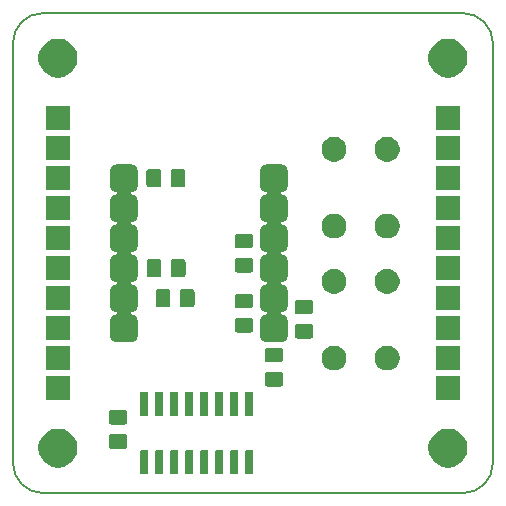
<source format=gbr>
G04 #@! TF.GenerationSoftware,KiCad,Pcbnew,(5.1.4)-1*
G04 #@! TF.CreationDate,2020-01-25T22:58:36+03:00*
G04 #@! TF.ProjectId,LED,4c45442e-6b69-4636-9164-5f7063625858,rev?*
G04 #@! TF.SameCoordinates,Original*
G04 #@! TF.FileFunction,Soldermask,Top*
G04 #@! TF.FilePolarity,Negative*
%FSLAX46Y46*%
G04 Gerber Fmt 4.6, Leading zero omitted, Abs format (unit mm)*
G04 Created by KiCad (PCBNEW (5.1.4)-1) date 2020-01-25 22:58:36*
%MOMM*%
%LPD*%
G04 APERTURE LIST*
%ADD10C,0.150000*%
G04 APERTURE END LIST*
D10*
X127000000Y-50800000D02*
G75*
G02X129540000Y-53340000I0J-2540000D01*
G01*
X129540000Y-88900000D02*
G75*
G02X127000000Y-91440000I-2540000J0D01*
G01*
X91440000Y-91440000D02*
G75*
G02X88900000Y-88900000I0J2540000D01*
G01*
X88900000Y-53340000D02*
G75*
G02X91440000Y-50800000I2540000J0D01*
G01*
X88900000Y-88900000D02*
X88900000Y-53340000D01*
X127000000Y-91440000D02*
X91440000Y-91440000D01*
X129540000Y-53340000D02*
X129540000Y-88900000D01*
X91440000Y-50800000D02*
X127000000Y-50800000D01*
G36*
X109162428Y-87811764D02*
G01*
X109183509Y-87818160D01*
X109202945Y-87828548D01*
X109219976Y-87842524D01*
X109233952Y-87859555D01*
X109244340Y-87878991D01*
X109250736Y-87900072D01*
X109253500Y-87928140D01*
X109253500Y-89741860D01*
X109250736Y-89769928D01*
X109244340Y-89791009D01*
X109233952Y-89810445D01*
X109219976Y-89827476D01*
X109202945Y-89841452D01*
X109183509Y-89851840D01*
X109162428Y-89858236D01*
X109134360Y-89861000D01*
X108670640Y-89861000D01*
X108642572Y-89858236D01*
X108621491Y-89851840D01*
X108602055Y-89841452D01*
X108585024Y-89827476D01*
X108571048Y-89810445D01*
X108560660Y-89791009D01*
X108554264Y-89769928D01*
X108551500Y-89741860D01*
X108551500Y-87928140D01*
X108554264Y-87900072D01*
X108560660Y-87878991D01*
X108571048Y-87859555D01*
X108585024Y-87842524D01*
X108602055Y-87828548D01*
X108621491Y-87818160D01*
X108642572Y-87811764D01*
X108670640Y-87809000D01*
X109134360Y-87809000D01*
X109162428Y-87811764D01*
X109162428Y-87811764D01*
G37*
G36*
X100272428Y-87811764D02*
G01*
X100293509Y-87818160D01*
X100312945Y-87828548D01*
X100329976Y-87842524D01*
X100343952Y-87859555D01*
X100354340Y-87878991D01*
X100360736Y-87900072D01*
X100363500Y-87928140D01*
X100363500Y-89741860D01*
X100360736Y-89769928D01*
X100354340Y-89791009D01*
X100343952Y-89810445D01*
X100329976Y-89827476D01*
X100312945Y-89841452D01*
X100293509Y-89851840D01*
X100272428Y-89858236D01*
X100244360Y-89861000D01*
X99780640Y-89861000D01*
X99752572Y-89858236D01*
X99731491Y-89851840D01*
X99712055Y-89841452D01*
X99695024Y-89827476D01*
X99681048Y-89810445D01*
X99670660Y-89791009D01*
X99664264Y-89769928D01*
X99661500Y-89741860D01*
X99661500Y-87928140D01*
X99664264Y-87900072D01*
X99670660Y-87878991D01*
X99681048Y-87859555D01*
X99695024Y-87842524D01*
X99712055Y-87828548D01*
X99731491Y-87818160D01*
X99752572Y-87811764D01*
X99780640Y-87809000D01*
X100244360Y-87809000D01*
X100272428Y-87811764D01*
X100272428Y-87811764D01*
G37*
G36*
X101542428Y-87811764D02*
G01*
X101563509Y-87818160D01*
X101582945Y-87828548D01*
X101599976Y-87842524D01*
X101613952Y-87859555D01*
X101624340Y-87878991D01*
X101630736Y-87900072D01*
X101633500Y-87928140D01*
X101633500Y-89741860D01*
X101630736Y-89769928D01*
X101624340Y-89791009D01*
X101613952Y-89810445D01*
X101599976Y-89827476D01*
X101582945Y-89841452D01*
X101563509Y-89851840D01*
X101542428Y-89858236D01*
X101514360Y-89861000D01*
X101050640Y-89861000D01*
X101022572Y-89858236D01*
X101001491Y-89851840D01*
X100982055Y-89841452D01*
X100965024Y-89827476D01*
X100951048Y-89810445D01*
X100940660Y-89791009D01*
X100934264Y-89769928D01*
X100931500Y-89741860D01*
X100931500Y-87928140D01*
X100934264Y-87900072D01*
X100940660Y-87878991D01*
X100951048Y-87859555D01*
X100965024Y-87842524D01*
X100982055Y-87828548D01*
X101001491Y-87818160D01*
X101022572Y-87811764D01*
X101050640Y-87809000D01*
X101514360Y-87809000D01*
X101542428Y-87811764D01*
X101542428Y-87811764D01*
G37*
G36*
X102812428Y-87811764D02*
G01*
X102833509Y-87818160D01*
X102852945Y-87828548D01*
X102869976Y-87842524D01*
X102883952Y-87859555D01*
X102894340Y-87878991D01*
X102900736Y-87900072D01*
X102903500Y-87928140D01*
X102903500Y-89741860D01*
X102900736Y-89769928D01*
X102894340Y-89791009D01*
X102883952Y-89810445D01*
X102869976Y-89827476D01*
X102852945Y-89841452D01*
X102833509Y-89851840D01*
X102812428Y-89858236D01*
X102784360Y-89861000D01*
X102320640Y-89861000D01*
X102292572Y-89858236D01*
X102271491Y-89851840D01*
X102252055Y-89841452D01*
X102235024Y-89827476D01*
X102221048Y-89810445D01*
X102210660Y-89791009D01*
X102204264Y-89769928D01*
X102201500Y-89741860D01*
X102201500Y-87928140D01*
X102204264Y-87900072D01*
X102210660Y-87878991D01*
X102221048Y-87859555D01*
X102235024Y-87842524D01*
X102252055Y-87828548D01*
X102271491Y-87818160D01*
X102292572Y-87811764D01*
X102320640Y-87809000D01*
X102784360Y-87809000D01*
X102812428Y-87811764D01*
X102812428Y-87811764D01*
G37*
G36*
X104082428Y-87811764D02*
G01*
X104103509Y-87818160D01*
X104122945Y-87828548D01*
X104139976Y-87842524D01*
X104153952Y-87859555D01*
X104164340Y-87878991D01*
X104170736Y-87900072D01*
X104173500Y-87928140D01*
X104173500Y-89741860D01*
X104170736Y-89769928D01*
X104164340Y-89791009D01*
X104153952Y-89810445D01*
X104139976Y-89827476D01*
X104122945Y-89841452D01*
X104103509Y-89851840D01*
X104082428Y-89858236D01*
X104054360Y-89861000D01*
X103590640Y-89861000D01*
X103562572Y-89858236D01*
X103541491Y-89851840D01*
X103522055Y-89841452D01*
X103505024Y-89827476D01*
X103491048Y-89810445D01*
X103480660Y-89791009D01*
X103474264Y-89769928D01*
X103471500Y-89741860D01*
X103471500Y-87928140D01*
X103474264Y-87900072D01*
X103480660Y-87878991D01*
X103491048Y-87859555D01*
X103505024Y-87842524D01*
X103522055Y-87828548D01*
X103541491Y-87818160D01*
X103562572Y-87811764D01*
X103590640Y-87809000D01*
X104054360Y-87809000D01*
X104082428Y-87811764D01*
X104082428Y-87811764D01*
G37*
G36*
X106622428Y-87811764D02*
G01*
X106643509Y-87818160D01*
X106662945Y-87828548D01*
X106679976Y-87842524D01*
X106693952Y-87859555D01*
X106704340Y-87878991D01*
X106710736Y-87900072D01*
X106713500Y-87928140D01*
X106713500Y-89741860D01*
X106710736Y-89769928D01*
X106704340Y-89791009D01*
X106693952Y-89810445D01*
X106679976Y-89827476D01*
X106662945Y-89841452D01*
X106643509Y-89851840D01*
X106622428Y-89858236D01*
X106594360Y-89861000D01*
X106130640Y-89861000D01*
X106102572Y-89858236D01*
X106081491Y-89851840D01*
X106062055Y-89841452D01*
X106045024Y-89827476D01*
X106031048Y-89810445D01*
X106020660Y-89791009D01*
X106014264Y-89769928D01*
X106011500Y-89741860D01*
X106011500Y-87928140D01*
X106014264Y-87900072D01*
X106020660Y-87878991D01*
X106031048Y-87859555D01*
X106045024Y-87842524D01*
X106062055Y-87828548D01*
X106081491Y-87818160D01*
X106102572Y-87811764D01*
X106130640Y-87809000D01*
X106594360Y-87809000D01*
X106622428Y-87811764D01*
X106622428Y-87811764D01*
G37*
G36*
X107892428Y-87811764D02*
G01*
X107913509Y-87818160D01*
X107932945Y-87828548D01*
X107949976Y-87842524D01*
X107963952Y-87859555D01*
X107974340Y-87878991D01*
X107980736Y-87900072D01*
X107983500Y-87928140D01*
X107983500Y-89741860D01*
X107980736Y-89769928D01*
X107974340Y-89791009D01*
X107963952Y-89810445D01*
X107949976Y-89827476D01*
X107932945Y-89841452D01*
X107913509Y-89851840D01*
X107892428Y-89858236D01*
X107864360Y-89861000D01*
X107400640Y-89861000D01*
X107372572Y-89858236D01*
X107351491Y-89851840D01*
X107332055Y-89841452D01*
X107315024Y-89827476D01*
X107301048Y-89810445D01*
X107290660Y-89791009D01*
X107284264Y-89769928D01*
X107281500Y-89741860D01*
X107281500Y-87928140D01*
X107284264Y-87900072D01*
X107290660Y-87878991D01*
X107301048Y-87859555D01*
X107315024Y-87842524D01*
X107332055Y-87828548D01*
X107351491Y-87818160D01*
X107372572Y-87811764D01*
X107400640Y-87809000D01*
X107864360Y-87809000D01*
X107892428Y-87811764D01*
X107892428Y-87811764D01*
G37*
G36*
X105352428Y-87811764D02*
G01*
X105373509Y-87818160D01*
X105392945Y-87828548D01*
X105409976Y-87842524D01*
X105423952Y-87859555D01*
X105434340Y-87878991D01*
X105440736Y-87900072D01*
X105443500Y-87928140D01*
X105443500Y-89741860D01*
X105440736Y-89769928D01*
X105434340Y-89791009D01*
X105423952Y-89810445D01*
X105409976Y-89827476D01*
X105392945Y-89841452D01*
X105373509Y-89851840D01*
X105352428Y-89858236D01*
X105324360Y-89861000D01*
X104860640Y-89861000D01*
X104832572Y-89858236D01*
X104811491Y-89851840D01*
X104792055Y-89841452D01*
X104775024Y-89827476D01*
X104761048Y-89810445D01*
X104750660Y-89791009D01*
X104744264Y-89769928D01*
X104741500Y-89741860D01*
X104741500Y-87928140D01*
X104744264Y-87900072D01*
X104750660Y-87878991D01*
X104761048Y-87859555D01*
X104775024Y-87842524D01*
X104792055Y-87828548D01*
X104811491Y-87818160D01*
X104832572Y-87811764D01*
X104860640Y-87809000D01*
X105324360Y-87809000D01*
X105352428Y-87811764D01*
X105352428Y-87811764D01*
G37*
G36*
X93085256Y-86021298D02*
G01*
X93191579Y-86042447D01*
X93492042Y-86166903D01*
X93762451Y-86347585D01*
X93992415Y-86577549D01*
X94047891Y-86660575D01*
X94173098Y-86847960D01*
X94297553Y-87148422D01*
X94361000Y-87467389D01*
X94361000Y-87792611D01*
X94336190Y-87917339D01*
X94297553Y-88111579D01*
X94173097Y-88412042D01*
X93992415Y-88682451D01*
X93762451Y-88912415D01*
X93492042Y-89093097D01*
X93191579Y-89217553D01*
X93085256Y-89238702D01*
X92872611Y-89281000D01*
X92547389Y-89281000D01*
X92334744Y-89238702D01*
X92228421Y-89217553D01*
X91927958Y-89093097D01*
X91657549Y-88912415D01*
X91427585Y-88682451D01*
X91246903Y-88412042D01*
X91122447Y-88111579D01*
X91083810Y-87917339D01*
X91059000Y-87792611D01*
X91059000Y-87467389D01*
X91122447Y-87148422D01*
X91246902Y-86847960D01*
X91372109Y-86660575D01*
X91427585Y-86577549D01*
X91657549Y-86347585D01*
X91927958Y-86166903D01*
X92228421Y-86042447D01*
X92334744Y-86021298D01*
X92547389Y-85979000D01*
X92872611Y-85979000D01*
X93085256Y-86021298D01*
X93085256Y-86021298D01*
G37*
G36*
X126105256Y-86021298D02*
G01*
X126211579Y-86042447D01*
X126512042Y-86166903D01*
X126782451Y-86347585D01*
X127012415Y-86577549D01*
X127067891Y-86660575D01*
X127193098Y-86847960D01*
X127317553Y-87148422D01*
X127381000Y-87467389D01*
X127381000Y-87792611D01*
X127356190Y-87917339D01*
X127317553Y-88111579D01*
X127193097Y-88412042D01*
X127012415Y-88682451D01*
X126782451Y-88912415D01*
X126512042Y-89093097D01*
X126211579Y-89217553D01*
X126105256Y-89238702D01*
X125892611Y-89281000D01*
X125567389Y-89281000D01*
X125354744Y-89238702D01*
X125248421Y-89217553D01*
X124947958Y-89093097D01*
X124677549Y-88912415D01*
X124447585Y-88682451D01*
X124266903Y-88412042D01*
X124142447Y-88111579D01*
X124103810Y-87917339D01*
X124079000Y-87792611D01*
X124079000Y-87467389D01*
X124142447Y-87148422D01*
X124266902Y-86847960D01*
X124392109Y-86660575D01*
X124447585Y-86577549D01*
X124677549Y-86347585D01*
X124947958Y-86166903D01*
X125248421Y-86042447D01*
X125354744Y-86021298D01*
X125567389Y-85979000D01*
X125892611Y-85979000D01*
X126105256Y-86021298D01*
X126105256Y-86021298D01*
G37*
G36*
X98378674Y-86445965D02*
G01*
X98416367Y-86457399D01*
X98451103Y-86475966D01*
X98481548Y-86500952D01*
X98506534Y-86531397D01*
X98525101Y-86566133D01*
X98536535Y-86603826D01*
X98541000Y-86649161D01*
X98541000Y-87485839D01*
X98536535Y-87531174D01*
X98525101Y-87568867D01*
X98506534Y-87603603D01*
X98481548Y-87634048D01*
X98451103Y-87659034D01*
X98416367Y-87677601D01*
X98378674Y-87689035D01*
X98333339Y-87693500D01*
X97246661Y-87693500D01*
X97201326Y-87689035D01*
X97163633Y-87677601D01*
X97128897Y-87659034D01*
X97098452Y-87634048D01*
X97073466Y-87603603D01*
X97054899Y-87568867D01*
X97043465Y-87531174D01*
X97039000Y-87485839D01*
X97039000Y-86649161D01*
X97043465Y-86603826D01*
X97054899Y-86566133D01*
X97073466Y-86531397D01*
X97098452Y-86500952D01*
X97128897Y-86475966D01*
X97163633Y-86457399D01*
X97201326Y-86445965D01*
X97246661Y-86441500D01*
X98333339Y-86441500D01*
X98378674Y-86445965D01*
X98378674Y-86445965D01*
G37*
G36*
X98378674Y-84395965D02*
G01*
X98416367Y-84407399D01*
X98451103Y-84425966D01*
X98481548Y-84450952D01*
X98506534Y-84481397D01*
X98525101Y-84516133D01*
X98536535Y-84553826D01*
X98541000Y-84599161D01*
X98541000Y-85435839D01*
X98536535Y-85481174D01*
X98525101Y-85518867D01*
X98506534Y-85553603D01*
X98481548Y-85584048D01*
X98451103Y-85609034D01*
X98416367Y-85627601D01*
X98378674Y-85639035D01*
X98333339Y-85643500D01*
X97246661Y-85643500D01*
X97201326Y-85639035D01*
X97163633Y-85627601D01*
X97128897Y-85609034D01*
X97098452Y-85584048D01*
X97073466Y-85553603D01*
X97054899Y-85518867D01*
X97043465Y-85481174D01*
X97039000Y-85435839D01*
X97039000Y-84599161D01*
X97043465Y-84553826D01*
X97054899Y-84516133D01*
X97073466Y-84481397D01*
X97098452Y-84450952D01*
X97128897Y-84425966D01*
X97163633Y-84407399D01*
X97201326Y-84395965D01*
X97246661Y-84391500D01*
X98333339Y-84391500D01*
X98378674Y-84395965D01*
X98378674Y-84395965D01*
G37*
G36*
X100272428Y-82861764D02*
G01*
X100293509Y-82868160D01*
X100312945Y-82878548D01*
X100329976Y-82892524D01*
X100343952Y-82909555D01*
X100354340Y-82928991D01*
X100360736Y-82950072D01*
X100363500Y-82978140D01*
X100363500Y-84791860D01*
X100360736Y-84819928D01*
X100354340Y-84841009D01*
X100343952Y-84860445D01*
X100329976Y-84877476D01*
X100312945Y-84891452D01*
X100293509Y-84901840D01*
X100272428Y-84908236D01*
X100244360Y-84911000D01*
X99780640Y-84911000D01*
X99752572Y-84908236D01*
X99731491Y-84901840D01*
X99712055Y-84891452D01*
X99695024Y-84877476D01*
X99681048Y-84860445D01*
X99670660Y-84841009D01*
X99664264Y-84819928D01*
X99661500Y-84791860D01*
X99661500Y-82978140D01*
X99664264Y-82950072D01*
X99670660Y-82928991D01*
X99681048Y-82909555D01*
X99695024Y-82892524D01*
X99712055Y-82878548D01*
X99731491Y-82868160D01*
X99752572Y-82861764D01*
X99780640Y-82859000D01*
X100244360Y-82859000D01*
X100272428Y-82861764D01*
X100272428Y-82861764D01*
G37*
G36*
X101542428Y-82861764D02*
G01*
X101563509Y-82868160D01*
X101582945Y-82878548D01*
X101599976Y-82892524D01*
X101613952Y-82909555D01*
X101624340Y-82928991D01*
X101630736Y-82950072D01*
X101633500Y-82978140D01*
X101633500Y-84791860D01*
X101630736Y-84819928D01*
X101624340Y-84841009D01*
X101613952Y-84860445D01*
X101599976Y-84877476D01*
X101582945Y-84891452D01*
X101563509Y-84901840D01*
X101542428Y-84908236D01*
X101514360Y-84911000D01*
X101050640Y-84911000D01*
X101022572Y-84908236D01*
X101001491Y-84901840D01*
X100982055Y-84891452D01*
X100965024Y-84877476D01*
X100951048Y-84860445D01*
X100940660Y-84841009D01*
X100934264Y-84819928D01*
X100931500Y-84791860D01*
X100931500Y-82978140D01*
X100934264Y-82950072D01*
X100940660Y-82928991D01*
X100951048Y-82909555D01*
X100965024Y-82892524D01*
X100982055Y-82878548D01*
X101001491Y-82868160D01*
X101022572Y-82861764D01*
X101050640Y-82859000D01*
X101514360Y-82859000D01*
X101542428Y-82861764D01*
X101542428Y-82861764D01*
G37*
G36*
X102812428Y-82861764D02*
G01*
X102833509Y-82868160D01*
X102852945Y-82878548D01*
X102869976Y-82892524D01*
X102883952Y-82909555D01*
X102894340Y-82928991D01*
X102900736Y-82950072D01*
X102903500Y-82978140D01*
X102903500Y-84791860D01*
X102900736Y-84819928D01*
X102894340Y-84841009D01*
X102883952Y-84860445D01*
X102869976Y-84877476D01*
X102852945Y-84891452D01*
X102833509Y-84901840D01*
X102812428Y-84908236D01*
X102784360Y-84911000D01*
X102320640Y-84911000D01*
X102292572Y-84908236D01*
X102271491Y-84901840D01*
X102252055Y-84891452D01*
X102235024Y-84877476D01*
X102221048Y-84860445D01*
X102210660Y-84841009D01*
X102204264Y-84819928D01*
X102201500Y-84791860D01*
X102201500Y-82978140D01*
X102204264Y-82950072D01*
X102210660Y-82928991D01*
X102221048Y-82909555D01*
X102235024Y-82892524D01*
X102252055Y-82878548D01*
X102271491Y-82868160D01*
X102292572Y-82861764D01*
X102320640Y-82859000D01*
X102784360Y-82859000D01*
X102812428Y-82861764D01*
X102812428Y-82861764D01*
G37*
G36*
X104082428Y-82861764D02*
G01*
X104103509Y-82868160D01*
X104122945Y-82878548D01*
X104139976Y-82892524D01*
X104153952Y-82909555D01*
X104164340Y-82928991D01*
X104170736Y-82950072D01*
X104173500Y-82978140D01*
X104173500Y-84791860D01*
X104170736Y-84819928D01*
X104164340Y-84841009D01*
X104153952Y-84860445D01*
X104139976Y-84877476D01*
X104122945Y-84891452D01*
X104103509Y-84901840D01*
X104082428Y-84908236D01*
X104054360Y-84911000D01*
X103590640Y-84911000D01*
X103562572Y-84908236D01*
X103541491Y-84901840D01*
X103522055Y-84891452D01*
X103505024Y-84877476D01*
X103491048Y-84860445D01*
X103480660Y-84841009D01*
X103474264Y-84819928D01*
X103471500Y-84791860D01*
X103471500Y-82978140D01*
X103474264Y-82950072D01*
X103480660Y-82928991D01*
X103491048Y-82909555D01*
X103505024Y-82892524D01*
X103522055Y-82878548D01*
X103541491Y-82868160D01*
X103562572Y-82861764D01*
X103590640Y-82859000D01*
X104054360Y-82859000D01*
X104082428Y-82861764D01*
X104082428Y-82861764D01*
G37*
G36*
X106622428Y-82861764D02*
G01*
X106643509Y-82868160D01*
X106662945Y-82878548D01*
X106679976Y-82892524D01*
X106693952Y-82909555D01*
X106704340Y-82928991D01*
X106710736Y-82950072D01*
X106713500Y-82978140D01*
X106713500Y-84791860D01*
X106710736Y-84819928D01*
X106704340Y-84841009D01*
X106693952Y-84860445D01*
X106679976Y-84877476D01*
X106662945Y-84891452D01*
X106643509Y-84901840D01*
X106622428Y-84908236D01*
X106594360Y-84911000D01*
X106130640Y-84911000D01*
X106102572Y-84908236D01*
X106081491Y-84901840D01*
X106062055Y-84891452D01*
X106045024Y-84877476D01*
X106031048Y-84860445D01*
X106020660Y-84841009D01*
X106014264Y-84819928D01*
X106011500Y-84791860D01*
X106011500Y-82978140D01*
X106014264Y-82950072D01*
X106020660Y-82928991D01*
X106031048Y-82909555D01*
X106045024Y-82892524D01*
X106062055Y-82878548D01*
X106081491Y-82868160D01*
X106102572Y-82861764D01*
X106130640Y-82859000D01*
X106594360Y-82859000D01*
X106622428Y-82861764D01*
X106622428Y-82861764D01*
G37*
G36*
X109162428Y-82861764D02*
G01*
X109183509Y-82868160D01*
X109202945Y-82878548D01*
X109219976Y-82892524D01*
X109233952Y-82909555D01*
X109244340Y-82928991D01*
X109250736Y-82950072D01*
X109253500Y-82978140D01*
X109253500Y-84791860D01*
X109250736Y-84819928D01*
X109244340Y-84841009D01*
X109233952Y-84860445D01*
X109219976Y-84877476D01*
X109202945Y-84891452D01*
X109183509Y-84901840D01*
X109162428Y-84908236D01*
X109134360Y-84911000D01*
X108670640Y-84911000D01*
X108642572Y-84908236D01*
X108621491Y-84901840D01*
X108602055Y-84891452D01*
X108585024Y-84877476D01*
X108571048Y-84860445D01*
X108560660Y-84841009D01*
X108554264Y-84819928D01*
X108551500Y-84791860D01*
X108551500Y-82978140D01*
X108554264Y-82950072D01*
X108560660Y-82928991D01*
X108571048Y-82909555D01*
X108585024Y-82892524D01*
X108602055Y-82878548D01*
X108621491Y-82868160D01*
X108642572Y-82861764D01*
X108670640Y-82859000D01*
X109134360Y-82859000D01*
X109162428Y-82861764D01*
X109162428Y-82861764D01*
G37*
G36*
X107892428Y-82861764D02*
G01*
X107913509Y-82868160D01*
X107932945Y-82878548D01*
X107949976Y-82892524D01*
X107963952Y-82909555D01*
X107974340Y-82928991D01*
X107980736Y-82950072D01*
X107983500Y-82978140D01*
X107983500Y-84791860D01*
X107980736Y-84819928D01*
X107974340Y-84841009D01*
X107963952Y-84860445D01*
X107949976Y-84877476D01*
X107932945Y-84891452D01*
X107913509Y-84901840D01*
X107892428Y-84908236D01*
X107864360Y-84911000D01*
X107400640Y-84911000D01*
X107372572Y-84908236D01*
X107351491Y-84901840D01*
X107332055Y-84891452D01*
X107315024Y-84877476D01*
X107301048Y-84860445D01*
X107290660Y-84841009D01*
X107284264Y-84819928D01*
X107281500Y-84791860D01*
X107281500Y-82978140D01*
X107284264Y-82950072D01*
X107290660Y-82928991D01*
X107301048Y-82909555D01*
X107315024Y-82892524D01*
X107332055Y-82878548D01*
X107351491Y-82868160D01*
X107372572Y-82861764D01*
X107400640Y-82859000D01*
X107864360Y-82859000D01*
X107892428Y-82861764D01*
X107892428Y-82861764D01*
G37*
G36*
X105352428Y-82861764D02*
G01*
X105373509Y-82868160D01*
X105392945Y-82878548D01*
X105409976Y-82892524D01*
X105423952Y-82909555D01*
X105434340Y-82928991D01*
X105440736Y-82950072D01*
X105443500Y-82978140D01*
X105443500Y-84791860D01*
X105440736Y-84819928D01*
X105434340Y-84841009D01*
X105423952Y-84860445D01*
X105409976Y-84877476D01*
X105392945Y-84891452D01*
X105373509Y-84901840D01*
X105352428Y-84908236D01*
X105324360Y-84911000D01*
X104860640Y-84911000D01*
X104832572Y-84908236D01*
X104811491Y-84901840D01*
X104792055Y-84891452D01*
X104775024Y-84877476D01*
X104761048Y-84860445D01*
X104750660Y-84841009D01*
X104744264Y-84819928D01*
X104741500Y-84791860D01*
X104741500Y-82978140D01*
X104744264Y-82950072D01*
X104750660Y-82928991D01*
X104761048Y-82909555D01*
X104775024Y-82892524D01*
X104792055Y-82878548D01*
X104811491Y-82868160D01*
X104832572Y-82861764D01*
X104860640Y-82859000D01*
X105324360Y-82859000D01*
X105352428Y-82861764D01*
X105352428Y-82861764D01*
G37*
G36*
X126781000Y-83601000D02*
G01*
X124679000Y-83601000D01*
X124679000Y-81499000D01*
X126781000Y-81499000D01*
X126781000Y-83601000D01*
X126781000Y-83601000D01*
G37*
G36*
X93761000Y-83601000D02*
G01*
X91659000Y-83601000D01*
X91659000Y-81499000D01*
X93761000Y-81499000D01*
X93761000Y-83601000D01*
X93761000Y-83601000D01*
G37*
G36*
X111586674Y-81175465D02*
G01*
X111624367Y-81186899D01*
X111659103Y-81205466D01*
X111689548Y-81230452D01*
X111714534Y-81260897D01*
X111733101Y-81295633D01*
X111744535Y-81333326D01*
X111749000Y-81378661D01*
X111749000Y-82215339D01*
X111744535Y-82260674D01*
X111733101Y-82298367D01*
X111714534Y-82333103D01*
X111689548Y-82363548D01*
X111659103Y-82388534D01*
X111624367Y-82407101D01*
X111586674Y-82418535D01*
X111541339Y-82423000D01*
X110454661Y-82423000D01*
X110409326Y-82418535D01*
X110371633Y-82407101D01*
X110336897Y-82388534D01*
X110306452Y-82363548D01*
X110281466Y-82333103D01*
X110262899Y-82298367D01*
X110251465Y-82260674D01*
X110247000Y-82215339D01*
X110247000Y-81378661D01*
X110251465Y-81333326D01*
X110262899Y-81295633D01*
X110281466Y-81260897D01*
X110306452Y-81230452D01*
X110336897Y-81205466D01*
X110371633Y-81186899D01*
X110409326Y-81175465D01*
X110454661Y-81171000D01*
X111541339Y-81171000D01*
X111586674Y-81175465D01*
X111586674Y-81175465D01*
G37*
G36*
X116384564Y-78999389D02*
G01*
X116575833Y-79078615D01*
X116575835Y-79078616D01*
X116670274Y-79141718D01*
X116747973Y-79193635D01*
X116894365Y-79340027D01*
X117009385Y-79512167D01*
X117088611Y-79703436D01*
X117129000Y-79906484D01*
X117129000Y-80113516D01*
X117088611Y-80316564D01*
X117009385Y-80507833D01*
X117009384Y-80507835D01*
X116894365Y-80679973D01*
X116747973Y-80826365D01*
X116575835Y-80941384D01*
X116575834Y-80941385D01*
X116575833Y-80941385D01*
X116384564Y-81020611D01*
X116181516Y-81061000D01*
X115974484Y-81061000D01*
X115771436Y-81020611D01*
X115580167Y-80941385D01*
X115580166Y-80941385D01*
X115580165Y-80941384D01*
X115408027Y-80826365D01*
X115261635Y-80679973D01*
X115146616Y-80507835D01*
X115146615Y-80507833D01*
X115067389Y-80316564D01*
X115027000Y-80113516D01*
X115027000Y-79906484D01*
X115067389Y-79703436D01*
X115146615Y-79512167D01*
X115261635Y-79340027D01*
X115408027Y-79193635D01*
X115485726Y-79141718D01*
X115580165Y-79078616D01*
X115580167Y-79078615D01*
X115771436Y-78999389D01*
X115974484Y-78959000D01*
X116181516Y-78959000D01*
X116384564Y-78999389D01*
X116384564Y-78999389D01*
G37*
G36*
X126781000Y-81061000D02*
G01*
X124679000Y-81061000D01*
X124679000Y-78959000D01*
X126781000Y-78959000D01*
X126781000Y-81061000D01*
X126781000Y-81061000D01*
G37*
G36*
X120884564Y-78999389D02*
G01*
X121075833Y-79078615D01*
X121075835Y-79078616D01*
X121170274Y-79141718D01*
X121247973Y-79193635D01*
X121394365Y-79340027D01*
X121509385Y-79512167D01*
X121588611Y-79703436D01*
X121629000Y-79906484D01*
X121629000Y-80113516D01*
X121588611Y-80316564D01*
X121509385Y-80507833D01*
X121509384Y-80507835D01*
X121394365Y-80679973D01*
X121247973Y-80826365D01*
X121075835Y-80941384D01*
X121075834Y-80941385D01*
X121075833Y-80941385D01*
X120884564Y-81020611D01*
X120681516Y-81061000D01*
X120474484Y-81061000D01*
X120271436Y-81020611D01*
X120080167Y-80941385D01*
X120080166Y-80941385D01*
X120080165Y-80941384D01*
X119908027Y-80826365D01*
X119761635Y-80679973D01*
X119646616Y-80507835D01*
X119646615Y-80507833D01*
X119567389Y-80316564D01*
X119527000Y-80113516D01*
X119527000Y-79906484D01*
X119567389Y-79703436D01*
X119646615Y-79512167D01*
X119761635Y-79340027D01*
X119908027Y-79193635D01*
X119985726Y-79141718D01*
X120080165Y-79078616D01*
X120080167Y-79078615D01*
X120271436Y-78999389D01*
X120474484Y-78959000D01*
X120681516Y-78959000D01*
X120884564Y-78999389D01*
X120884564Y-78999389D01*
G37*
G36*
X93761000Y-81061000D02*
G01*
X91659000Y-81061000D01*
X91659000Y-78959000D01*
X93761000Y-78959000D01*
X93761000Y-81061000D01*
X93761000Y-81061000D01*
G37*
G36*
X111586674Y-79125465D02*
G01*
X111624367Y-79136899D01*
X111659103Y-79155466D01*
X111689548Y-79180452D01*
X111714534Y-79210897D01*
X111733101Y-79245633D01*
X111744535Y-79283326D01*
X111749000Y-79328661D01*
X111749000Y-80165339D01*
X111744535Y-80210674D01*
X111733101Y-80248367D01*
X111714534Y-80283103D01*
X111689548Y-80313548D01*
X111659103Y-80338534D01*
X111624367Y-80357101D01*
X111586674Y-80368535D01*
X111541339Y-80373000D01*
X110454661Y-80373000D01*
X110409326Y-80368535D01*
X110371633Y-80357101D01*
X110336897Y-80338534D01*
X110306452Y-80313548D01*
X110281466Y-80283103D01*
X110262899Y-80248367D01*
X110251465Y-80210674D01*
X110247000Y-80165339D01*
X110247000Y-79328661D01*
X110251465Y-79283326D01*
X110262899Y-79245633D01*
X110281466Y-79210897D01*
X110306452Y-79180452D01*
X110336897Y-79155466D01*
X110371633Y-79136899D01*
X110409326Y-79125465D01*
X110454661Y-79121000D01*
X111541339Y-79121000D01*
X111586674Y-79125465D01*
X111586674Y-79125465D01*
G37*
G36*
X99035961Y-63629450D02*
G01*
X99132088Y-63658610D01*
X99220670Y-63705958D01*
X99298318Y-63769682D01*
X99362042Y-63847330D01*
X99409390Y-63935912D01*
X99438550Y-64032039D01*
X99449000Y-64138140D01*
X99449000Y-65401860D01*
X99438550Y-65507961D01*
X99409390Y-65604088D01*
X99362042Y-65692670D01*
X99298318Y-65770318D01*
X99220670Y-65834042D01*
X99132088Y-65881390D01*
X99035961Y-65910550D01*
X98984657Y-65915603D01*
X98960624Y-65920383D01*
X98937985Y-65929761D01*
X98917610Y-65943375D01*
X98900283Y-65960702D01*
X98886670Y-65981076D01*
X98877292Y-66003715D01*
X98872512Y-66027748D01*
X98872512Y-66052252D01*
X98877292Y-66076285D01*
X98886670Y-66098924D01*
X98900284Y-66119299D01*
X98917611Y-66136626D01*
X98937985Y-66150239D01*
X98960624Y-66159617D01*
X98984657Y-66164397D01*
X99035961Y-66169450D01*
X99132088Y-66198610D01*
X99220670Y-66245958D01*
X99298318Y-66309682D01*
X99362042Y-66387330D01*
X99409390Y-66475912D01*
X99438550Y-66572039D01*
X99449000Y-66678140D01*
X99449000Y-67941860D01*
X99438550Y-68047961D01*
X99409390Y-68144088D01*
X99362042Y-68232670D01*
X99298318Y-68310318D01*
X99220670Y-68374042D01*
X99132088Y-68421390D01*
X99035961Y-68450550D01*
X98984657Y-68455603D01*
X98960624Y-68460383D01*
X98937985Y-68469761D01*
X98917610Y-68483375D01*
X98900283Y-68500702D01*
X98886670Y-68521076D01*
X98877292Y-68543715D01*
X98872512Y-68567748D01*
X98872512Y-68592252D01*
X98877292Y-68616285D01*
X98886670Y-68638924D01*
X98900284Y-68659299D01*
X98917611Y-68676626D01*
X98937985Y-68690239D01*
X98960624Y-68699617D01*
X98984657Y-68704397D01*
X99035961Y-68709450D01*
X99132088Y-68738610D01*
X99220670Y-68785958D01*
X99298318Y-68849682D01*
X99362042Y-68927330D01*
X99409390Y-69015912D01*
X99438550Y-69112039D01*
X99449000Y-69218140D01*
X99449000Y-70481860D01*
X99438550Y-70587961D01*
X99409390Y-70684088D01*
X99362042Y-70772670D01*
X99298318Y-70850318D01*
X99220670Y-70914042D01*
X99132088Y-70961390D01*
X99035961Y-70990550D01*
X98984657Y-70995603D01*
X98960624Y-71000383D01*
X98937985Y-71009761D01*
X98917610Y-71023375D01*
X98900283Y-71040702D01*
X98886670Y-71061076D01*
X98877292Y-71083715D01*
X98872512Y-71107748D01*
X98872512Y-71132252D01*
X98877292Y-71156285D01*
X98886670Y-71178924D01*
X98900284Y-71199299D01*
X98917611Y-71216626D01*
X98937985Y-71230239D01*
X98960624Y-71239617D01*
X98984657Y-71244397D01*
X99035961Y-71249450D01*
X99132088Y-71278610D01*
X99220670Y-71325958D01*
X99298318Y-71389682D01*
X99362042Y-71467330D01*
X99409390Y-71555912D01*
X99438550Y-71652039D01*
X99449000Y-71758140D01*
X99449000Y-73021860D01*
X99438550Y-73127961D01*
X99409390Y-73224088D01*
X99362042Y-73312670D01*
X99298318Y-73390318D01*
X99220670Y-73454042D01*
X99132088Y-73501390D01*
X99035961Y-73530550D01*
X98984657Y-73535603D01*
X98960624Y-73540383D01*
X98937985Y-73549761D01*
X98917610Y-73563375D01*
X98900283Y-73580702D01*
X98886670Y-73601076D01*
X98877292Y-73623715D01*
X98872512Y-73647748D01*
X98872512Y-73672252D01*
X98877292Y-73696285D01*
X98886670Y-73718924D01*
X98900284Y-73739299D01*
X98917611Y-73756626D01*
X98937985Y-73770239D01*
X98960624Y-73779617D01*
X98984657Y-73784397D01*
X99035961Y-73789450D01*
X99132088Y-73818610D01*
X99220670Y-73865958D01*
X99298318Y-73929682D01*
X99362042Y-74007330D01*
X99409390Y-74095912D01*
X99438550Y-74192039D01*
X99449000Y-74298140D01*
X99449000Y-75561860D01*
X99438550Y-75667961D01*
X99409390Y-75764088D01*
X99362042Y-75852670D01*
X99298318Y-75930318D01*
X99220670Y-75994042D01*
X99132088Y-76041390D01*
X99035961Y-76070550D01*
X98984657Y-76075603D01*
X98960624Y-76080383D01*
X98937985Y-76089761D01*
X98917610Y-76103375D01*
X98900283Y-76120702D01*
X98886670Y-76141076D01*
X98877292Y-76163715D01*
X98872512Y-76187748D01*
X98872512Y-76212252D01*
X98877292Y-76236285D01*
X98886670Y-76258924D01*
X98900284Y-76279299D01*
X98917611Y-76296626D01*
X98937985Y-76310239D01*
X98960624Y-76319617D01*
X98984657Y-76324397D01*
X99035961Y-76329450D01*
X99132088Y-76358610D01*
X99220670Y-76405958D01*
X99298318Y-76469682D01*
X99362042Y-76547330D01*
X99409390Y-76635912D01*
X99438550Y-76732039D01*
X99449000Y-76838140D01*
X99449000Y-78101860D01*
X99438550Y-78207961D01*
X99409390Y-78304088D01*
X99362042Y-78392670D01*
X99298318Y-78470318D01*
X99220670Y-78534042D01*
X99132088Y-78581390D01*
X99035961Y-78610550D01*
X98929860Y-78621000D01*
X97666140Y-78621000D01*
X97560039Y-78610550D01*
X97463912Y-78581390D01*
X97375330Y-78534042D01*
X97297682Y-78470318D01*
X97233958Y-78392670D01*
X97186610Y-78304088D01*
X97157450Y-78207961D01*
X97147000Y-78101860D01*
X97147000Y-76838140D01*
X97157450Y-76732039D01*
X97186610Y-76635912D01*
X97233958Y-76547330D01*
X97297682Y-76469682D01*
X97375330Y-76405958D01*
X97463912Y-76358610D01*
X97560039Y-76329450D01*
X97611343Y-76324397D01*
X97635376Y-76319617D01*
X97658015Y-76310239D01*
X97678390Y-76296625D01*
X97695717Y-76279298D01*
X97709330Y-76258924D01*
X97718708Y-76236285D01*
X97723488Y-76212252D01*
X97723488Y-76187748D01*
X97718708Y-76163715D01*
X97709330Y-76141076D01*
X97695716Y-76120701D01*
X97678389Y-76103374D01*
X97658015Y-76089761D01*
X97635376Y-76080383D01*
X97611343Y-76075603D01*
X97560039Y-76070550D01*
X97463912Y-76041390D01*
X97375330Y-75994042D01*
X97297682Y-75930318D01*
X97233958Y-75852670D01*
X97186610Y-75764088D01*
X97157450Y-75667961D01*
X97147000Y-75561860D01*
X97147000Y-74298140D01*
X97157450Y-74192039D01*
X97186610Y-74095912D01*
X97233958Y-74007330D01*
X97297682Y-73929682D01*
X97375330Y-73865958D01*
X97463912Y-73818610D01*
X97560039Y-73789450D01*
X97611343Y-73784397D01*
X97635376Y-73779617D01*
X97658015Y-73770239D01*
X97678390Y-73756625D01*
X97695717Y-73739298D01*
X97709330Y-73718924D01*
X97718708Y-73696285D01*
X97723488Y-73672252D01*
X97723488Y-73647748D01*
X97718708Y-73623715D01*
X97709330Y-73601076D01*
X97695716Y-73580701D01*
X97678389Y-73563374D01*
X97658015Y-73549761D01*
X97635376Y-73540383D01*
X97611343Y-73535603D01*
X97560039Y-73530550D01*
X97463912Y-73501390D01*
X97375330Y-73454042D01*
X97297682Y-73390318D01*
X97233958Y-73312670D01*
X97186610Y-73224088D01*
X97157450Y-73127961D01*
X97147000Y-73021860D01*
X97147000Y-71758140D01*
X97157450Y-71652039D01*
X97186610Y-71555912D01*
X97233958Y-71467330D01*
X97297682Y-71389682D01*
X97375330Y-71325958D01*
X97463912Y-71278610D01*
X97560039Y-71249450D01*
X97611343Y-71244397D01*
X97635376Y-71239617D01*
X97658015Y-71230239D01*
X97678390Y-71216625D01*
X97695717Y-71199298D01*
X97709330Y-71178924D01*
X97718708Y-71156285D01*
X97723488Y-71132252D01*
X97723488Y-71107748D01*
X97718708Y-71083715D01*
X97709330Y-71061076D01*
X97695716Y-71040701D01*
X97678389Y-71023374D01*
X97658015Y-71009761D01*
X97635376Y-71000383D01*
X97611343Y-70995603D01*
X97560039Y-70990550D01*
X97463912Y-70961390D01*
X97375330Y-70914042D01*
X97297682Y-70850318D01*
X97233958Y-70772670D01*
X97186610Y-70684088D01*
X97157450Y-70587961D01*
X97147000Y-70481860D01*
X97147000Y-69218140D01*
X97157450Y-69112039D01*
X97186610Y-69015912D01*
X97233958Y-68927330D01*
X97297682Y-68849682D01*
X97375330Y-68785958D01*
X97463912Y-68738610D01*
X97560039Y-68709450D01*
X97611343Y-68704397D01*
X97635376Y-68699617D01*
X97658015Y-68690239D01*
X97678390Y-68676625D01*
X97695717Y-68659298D01*
X97709330Y-68638924D01*
X97718708Y-68616285D01*
X97723488Y-68592252D01*
X97723488Y-68567748D01*
X97718708Y-68543715D01*
X97709330Y-68521076D01*
X97695716Y-68500701D01*
X97678389Y-68483374D01*
X97658015Y-68469761D01*
X97635376Y-68460383D01*
X97611343Y-68455603D01*
X97560039Y-68450550D01*
X97463912Y-68421390D01*
X97375330Y-68374042D01*
X97297682Y-68310318D01*
X97233958Y-68232670D01*
X97186610Y-68144088D01*
X97157450Y-68047961D01*
X97147000Y-67941860D01*
X97147000Y-66678140D01*
X97157450Y-66572039D01*
X97186610Y-66475912D01*
X97233958Y-66387330D01*
X97297682Y-66309682D01*
X97375330Y-66245958D01*
X97463912Y-66198610D01*
X97560039Y-66169450D01*
X97611343Y-66164397D01*
X97635376Y-66159617D01*
X97658015Y-66150239D01*
X97678390Y-66136625D01*
X97695717Y-66119298D01*
X97709330Y-66098924D01*
X97718708Y-66076285D01*
X97723488Y-66052252D01*
X97723488Y-66027748D01*
X97718708Y-66003715D01*
X97709330Y-65981076D01*
X97695716Y-65960701D01*
X97678389Y-65943374D01*
X97658015Y-65929761D01*
X97635376Y-65920383D01*
X97611343Y-65915603D01*
X97560039Y-65910550D01*
X97463912Y-65881390D01*
X97375330Y-65834042D01*
X97297682Y-65770318D01*
X97233958Y-65692670D01*
X97186610Y-65604088D01*
X97157450Y-65507961D01*
X97147000Y-65401860D01*
X97147000Y-64138140D01*
X97157450Y-64032039D01*
X97186610Y-63935912D01*
X97233958Y-63847330D01*
X97297682Y-63769682D01*
X97375330Y-63705958D01*
X97463912Y-63658610D01*
X97560039Y-63629450D01*
X97666140Y-63619000D01*
X98929860Y-63619000D01*
X99035961Y-63629450D01*
X99035961Y-63629450D01*
G37*
G36*
X111735961Y-63629450D02*
G01*
X111832088Y-63658610D01*
X111920670Y-63705958D01*
X111998318Y-63769682D01*
X112062042Y-63847330D01*
X112109390Y-63935912D01*
X112138550Y-64032039D01*
X112149000Y-64138140D01*
X112149000Y-65401860D01*
X112138550Y-65507961D01*
X112109390Y-65604088D01*
X112062042Y-65692670D01*
X111998318Y-65770318D01*
X111920670Y-65834042D01*
X111832088Y-65881390D01*
X111735961Y-65910550D01*
X111684657Y-65915603D01*
X111660624Y-65920383D01*
X111637985Y-65929761D01*
X111617610Y-65943375D01*
X111600283Y-65960702D01*
X111586670Y-65981076D01*
X111577292Y-66003715D01*
X111572512Y-66027748D01*
X111572512Y-66052252D01*
X111577292Y-66076285D01*
X111586670Y-66098924D01*
X111600284Y-66119299D01*
X111617611Y-66136626D01*
X111637985Y-66150239D01*
X111660624Y-66159617D01*
X111684657Y-66164397D01*
X111735961Y-66169450D01*
X111832088Y-66198610D01*
X111920670Y-66245958D01*
X111998318Y-66309682D01*
X112062042Y-66387330D01*
X112109390Y-66475912D01*
X112138550Y-66572039D01*
X112149000Y-66678140D01*
X112149000Y-67941860D01*
X112138550Y-68047961D01*
X112109390Y-68144088D01*
X112062042Y-68232670D01*
X111998318Y-68310318D01*
X111920670Y-68374042D01*
X111832088Y-68421390D01*
X111735961Y-68450550D01*
X111684657Y-68455603D01*
X111660624Y-68460383D01*
X111637985Y-68469761D01*
X111617610Y-68483375D01*
X111600283Y-68500702D01*
X111586670Y-68521076D01*
X111577292Y-68543715D01*
X111572512Y-68567748D01*
X111572512Y-68592252D01*
X111577292Y-68616285D01*
X111586670Y-68638924D01*
X111600284Y-68659299D01*
X111617611Y-68676626D01*
X111637985Y-68690239D01*
X111660624Y-68699617D01*
X111684657Y-68704397D01*
X111735961Y-68709450D01*
X111832088Y-68738610D01*
X111920670Y-68785958D01*
X111998318Y-68849682D01*
X112062042Y-68927330D01*
X112109390Y-69015912D01*
X112138550Y-69112039D01*
X112149000Y-69218140D01*
X112149000Y-70481860D01*
X112138550Y-70587961D01*
X112109390Y-70684088D01*
X112062042Y-70772670D01*
X111998318Y-70850318D01*
X111920670Y-70914042D01*
X111832088Y-70961390D01*
X111735961Y-70990550D01*
X111684657Y-70995603D01*
X111660624Y-71000383D01*
X111637985Y-71009761D01*
X111617610Y-71023375D01*
X111600283Y-71040702D01*
X111586670Y-71061076D01*
X111577292Y-71083715D01*
X111572512Y-71107748D01*
X111572512Y-71132252D01*
X111577292Y-71156285D01*
X111586670Y-71178924D01*
X111600284Y-71199299D01*
X111617611Y-71216626D01*
X111637985Y-71230239D01*
X111660624Y-71239617D01*
X111684657Y-71244397D01*
X111735961Y-71249450D01*
X111832088Y-71278610D01*
X111920670Y-71325958D01*
X111998318Y-71389682D01*
X112062042Y-71467330D01*
X112109390Y-71555912D01*
X112138550Y-71652039D01*
X112149000Y-71758140D01*
X112149000Y-73021860D01*
X112138550Y-73127961D01*
X112109390Y-73224088D01*
X112062042Y-73312670D01*
X111998318Y-73390318D01*
X111920670Y-73454042D01*
X111832088Y-73501390D01*
X111735961Y-73530550D01*
X111684657Y-73535603D01*
X111660624Y-73540383D01*
X111637985Y-73549761D01*
X111617610Y-73563375D01*
X111600283Y-73580702D01*
X111586670Y-73601076D01*
X111577292Y-73623715D01*
X111572512Y-73647748D01*
X111572512Y-73672252D01*
X111577292Y-73696285D01*
X111586670Y-73718924D01*
X111600284Y-73739299D01*
X111617611Y-73756626D01*
X111637985Y-73770239D01*
X111660624Y-73779617D01*
X111684657Y-73784397D01*
X111735961Y-73789450D01*
X111832088Y-73818610D01*
X111920670Y-73865958D01*
X111998318Y-73929682D01*
X112062042Y-74007330D01*
X112109390Y-74095912D01*
X112138550Y-74192039D01*
X112149000Y-74298140D01*
X112149000Y-75561860D01*
X112138550Y-75667961D01*
X112109390Y-75764088D01*
X112062042Y-75852670D01*
X111998318Y-75930318D01*
X111920670Y-75994042D01*
X111832088Y-76041390D01*
X111735961Y-76070550D01*
X111684657Y-76075603D01*
X111660624Y-76080383D01*
X111637985Y-76089761D01*
X111617610Y-76103375D01*
X111600283Y-76120702D01*
X111586670Y-76141076D01*
X111577292Y-76163715D01*
X111572512Y-76187748D01*
X111572512Y-76212252D01*
X111577292Y-76236285D01*
X111586670Y-76258924D01*
X111600284Y-76279299D01*
X111617611Y-76296626D01*
X111637985Y-76310239D01*
X111660624Y-76319617D01*
X111684657Y-76324397D01*
X111735961Y-76329450D01*
X111832088Y-76358610D01*
X111920670Y-76405958D01*
X111998318Y-76469682D01*
X112062042Y-76547330D01*
X112109390Y-76635912D01*
X112138550Y-76732039D01*
X112149000Y-76838140D01*
X112149000Y-78101860D01*
X112138550Y-78207961D01*
X112109390Y-78304088D01*
X112062042Y-78392670D01*
X111998318Y-78470318D01*
X111920670Y-78534042D01*
X111832088Y-78581390D01*
X111735961Y-78610550D01*
X111629860Y-78621000D01*
X110366140Y-78621000D01*
X110260039Y-78610550D01*
X110163912Y-78581390D01*
X110075330Y-78534042D01*
X109997682Y-78470318D01*
X109933958Y-78392670D01*
X109886610Y-78304088D01*
X109857450Y-78207961D01*
X109847000Y-78101860D01*
X109847000Y-76838140D01*
X109857450Y-76732039D01*
X109886610Y-76635912D01*
X109933958Y-76547330D01*
X109997682Y-76469682D01*
X110075330Y-76405958D01*
X110163912Y-76358610D01*
X110260039Y-76329450D01*
X110311343Y-76324397D01*
X110335376Y-76319617D01*
X110358015Y-76310239D01*
X110378390Y-76296625D01*
X110395717Y-76279298D01*
X110409330Y-76258924D01*
X110418708Y-76236285D01*
X110423488Y-76212252D01*
X110423488Y-76187748D01*
X110418708Y-76163715D01*
X110409330Y-76141076D01*
X110395716Y-76120701D01*
X110378389Y-76103374D01*
X110358015Y-76089761D01*
X110335376Y-76080383D01*
X110311343Y-76075603D01*
X110260039Y-76070550D01*
X110163912Y-76041390D01*
X110075330Y-75994042D01*
X109997682Y-75930318D01*
X109933958Y-75852670D01*
X109886610Y-75764088D01*
X109857450Y-75667961D01*
X109847000Y-75561860D01*
X109847000Y-74298140D01*
X109857450Y-74192039D01*
X109886610Y-74095912D01*
X109933958Y-74007330D01*
X109997682Y-73929682D01*
X110075330Y-73865958D01*
X110163912Y-73818610D01*
X110260039Y-73789450D01*
X110311343Y-73784397D01*
X110335376Y-73779617D01*
X110358015Y-73770239D01*
X110378390Y-73756625D01*
X110395717Y-73739298D01*
X110409330Y-73718924D01*
X110418708Y-73696285D01*
X110423488Y-73672252D01*
X110423488Y-73647748D01*
X110418708Y-73623715D01*
X110409330Y-73601076D01*
X110395716Y-73580701D01*
X110378389Y-73563374D01*
X110358015Y-73549761D01*
X110335376Y-73540383D01*
X110311343Y-73535603D01*
X110260039Y-73530550D01*
X110163912Y-73501390D01*
X110075330Y-73454042D01*
X109997682Y-73390318D01*
X109933958Y-73312670D01*
X109886610Y-73224088D01*
X109857450Y-73127961D01*
X109847000Y-73021860D01*
X109847000Y-71758140D01*
X109857450Y-71652039D01*
X109886610Y-71555912D01*
X109933958Y-71467330D01*
X109997682Y-71389682D01*
X110075330Y-71325958D01*
X110163912Y-71278610D01*
X110260039Y-71249450D01*
X110311343Y-71244397D01*
X110335376Y-71239617D01*
X110358015Y-71230239D01*
X110378390Y-71216625D01*
X110395717Y-71199298D01*
X110409330Y-71178924D01*
X110418708Y-71156285D01*
X110423488Y-71132252D01*
X110423488Y-71107748D01*
X110418708Y-71083715D01*
X110409330Y-71061076D01*
X110395716Y-71040701D01*
X110378389Y-71023374D01*
X110358015Y-71009761D01*
X110335376Y-71000383D01*
X110311343Y-70995603D01*
X110260039Y-70990550D01*
X110163912Y-70961390D01*
X110075330Y-70914042D01*
X109997682Y-70850318D01*
X109933958Y-70772670D01*
X109886610Y-70684088D01*
X109857450Y-70587961D01*
X109847000Y-70481860D01*
X109847000Y-69218140D01*
X109857450Y-69112039D01*
X109886610Y-69015912D01*
X109933958Y-68927330D01*
X109997682Y-68849682D01*
X110075330Y-68785958D01*
X110163912Y-68738610D01*
X110260039Y-68709450D01*
X110311343Y-68704397D01*
X110335376Y-68699617D01*
X110358015Y-68690239D01*
X110378390Y-68676625D01*
X110395717Y-68659298D01*
X110409330Y-68638924D01*
X110418708Y-68616285D01*
X110423488Y-68592252D01*
X110423488Y-68567748D01*
X110418708Y-68543715D01*
X110409330Y-68521076D01*
X110395716Y-68500701D01*
X110378389Y-68483374D01*
X110358015Y-68469761D01*
X110335376Y-68460383D01*
X110311343Y-68455603D01*
X110260039Y-68450550D01*
X110163912Y-68421390D01*
X110075330Y-68374042D01*
X109997682Y-68310318D01*
X109933958Y-68232670D01*
X109886610Y-68144088D01*
X109857450Y-68047961D01*
X109847000Y-67941860D01*
X109847000Y-66678140D01*
X109857450Y-66572039D01*
X109886610Y-66475912D01*
X109933958Y-66387330D01*
X109997682Y-66309682D01*
X110075330Y-66245958D01*
X110163912Y-66198610D01*
X110260039Y-66169450D01*
X110311343Y-66164397D01*
X110335376Y-66159617D01*
X110358015Y-66150239D01*
X110378390Y-66136625D01*
X110395717Y-66119298D01*
X110409330Y-66098924D01*
X110418708Y-66076285D01*
X110423488Y-66052252D01*
X110423488Y-66027748D01*
X110418708Y-66003715D01*
X110409330Y-65981076D01*
X110395716Y-65960701D01*
X110378389Y-65943374D01*
X110358015Y-65929761D01*
X110335376Y-65920383D01*
X110311343Y-65915603D01*
X110260039Y-65910550D01*
X110163912Y-65881390D01*
X110075330Y-65834042D01*
X109997682Y-65770318D01*
X109933958Y-65692670D01*
X109886610Y-65604088D01*
X109857450Y-65507961D01*
X109847000Y-65401860D01*
X109847000Y-64138140D01*
X109857450Y-64032039D01*
X109886610Y-63935912D01*
X109933958Y-63847330D01*
X109997682Y-63769682D01*
X110075330Y-63705958D01*
X110163912Y-63658610D01*
X110260039Y-63629450D01*
X110366140Y-63619000D01*
X111629860Y-63619000D01*
X111735961Y-63629450D01*
X111735961Y-63629450D01*
G37*
G36*
X93761000Y-78521000D02*
G01*
X91659000Y-78521000D01*
X91659000Y-76419000D01*
X93761000Y-76419000D01*
X93761000Y-78521000D01*
X93761000Y-78521000D01*
G37*
G36*
X126781000Y-78521000D02*
G01*
X124679000Y-78521000D01*
X124679000Y-76419000D01*
X126781000Y-76419000D01*
X126781000Y-78521000D01*
X126781000Y-78521000D01*
G37*
G36*
X114126674Y-77111465D02*
G01*
X114164367Y-77122899D01*
X114199103Y-77141466D01*
X114229548Y-77166452D01*
X114254534Y-77196897D01*
X114273101Y-77231633D01*
X114284535Y-77269326D01*
X114289000Y-77314661D01*
X114289000Y-78151339D01*
X114284535Y-78196674D01*
X114273101Y-78234367D01*
X114254534Y-78269103D01*
X114229548Y-78299548D01*
X114199103Y-78324534D01*
X114164367Y-78343101D01*
X114126674Y-78354535D01*
X114081339Y-78359000D01*
X112994661Y-78359000D01*
X112949326Y-78354535D01*
X112911633Y-78343101D01*
X112876897Y-78324534D01*
X112846452Y-78299548D01*
X112821466Y-78269103D01*
X112802899Y-78234367D01*
X112791465Y-78196674D01*
X112787000Y-78151339D01*
X112787000Y-77314661D01*
X112791465Y-77269326D01*
X112802899Y-77231633D01*
X112821466Y-77196897D01*
X112846452Y-77166452D01*
X112876897Y-77141466D01*
X112911633Y-77122899D01*
X112949326Y-77111465D01*
X112994661Y-77107000D01*
X114081339Y-77107000D01*
X114126674Y-77111465D01*
X114126674Y-77111465D01*
G37*
G36*
X109046674Y-76603465D02*
G01*
X109084367Y-76614899D01*
X109119103Y-76633466D01*
X109149548Y-76658452D01*
X109174534Y-76688897D01*
X109193101Y-76723633D01*
X109204535Y-76761326D01*
X109209000Y-76806661D01*
X109209000Y-77643339D01*
X109204535Y-77688674D01*
X109193101Y-77726367D01*
X109174534Y-77761103D01*
X109149548Y-77791548D01*
X109119103Y-77816534D01*
X109084367Y-77835101D01*
X109046674Y-77846535D01*
X109001339Y-77851000D01*
X107914661Y-77851000D01*
X107869326Y-77846535D01*
X107831633Y-77835101D01*
X107796897Y-77816534D01*
X107766452Y-77791548D01*
X107741466Y-77761103D01*
X107722899Y-77726367D01*
X107711465Y-77688674D01*
X107707000Y-77643339D01*
X107707000Y-76806661D01*
X107711465Y-76761326D01*
X107722899Y-76723633D01*
X107741466Y-76688897D01*
X107766452Y-76658452D01*
X107796897Y-76633466D01*
X107831633Y-76614899D01*
X107869326Y-76603465D01*
X107914661Y-76599000D01*
X109001339Y-76599000D01*
X109046674Y-76603465D01*
X109046674Y-76603465D01*
G37*
G36*
X114126674Y-75061465D02*
G01*
X114164367Y-75072899D01*
X114199103Y-75091466D01*
X114229548Y-75116452D01*
X114254534Y-75146897D01*
X114273101Y-75181633D01*
X114284535Y-75219326D01*
X114289000Y-75264661D01*
X114289000Y-76101339D01*
X114284535Y-76146674D01*
X114273101Y-76184367D01*
X114254534Y-76219103D01*
X114229548Y-76249548D01*
X114199103Y-76274534D01*
X114164367Y-76293101D01*
X114126674Y-76304535D01*
X114081339Y-76309000D01*
X112994661Y-76309000D01*
X112949326Y-76304535D01*
X112911633Y-76293101D01*
X112876897Y-76274534D01*
X112846452Y-76249548D01*
X112821466Y-76219103D01*
X112802899Y-76184367D01*
X112791465Y-76146674D01*
X112787000Y-76101339D01*
X112787000Y-75264661D01*
X112791465Y-75219326D01*
X112802899Y-75181633D01*
X112821466Y-75146897D01*
X112846452Y-75116452D01*
X112876897Y-75091466D01*
X112911633Y-75072899D01*
X112949326Y-75061465D01*
X112994661Y-75057000D01*
X114081339Y-75057000D01*
X114126674Y-75061465D01*
X114126674Y-75061465D01*
G37*
G36*
X126781000Y-75981000D02*
G01*
X124679000Y-75981000D01*
X124679000Y-73879000D01*
X126781000Y-73879000D01*
X126781000Y-75981000D01*
X126781000Y-75981000D01*
G37*
G36*
X93761000Y-75981000D02*
G01*
X91659000Y-75981000D01*
X91659000Y-73879000D01*
X93761000Y-73879000D01*
X93761000Y-75981000D01*
X93761000Y-75981000D01*
G37*
G36*
X109046674Y-74553465D02*
G01*
X109084367Y-74564899D01*
X109119103Y-74583466D01*
X109149548Y-74608452D01*
X109174534Y-74638897D01*
X109193101Y-74673633D01*
X109204535Y-74711326D01*
X109209000Y-74756661D01*
X109209000Y-75593339D01*
X109204535Y-75638674D01*
X109193101Y-75676367D01*
X109174534Y-75711103D01*
X109149548Y-75741548D01*
X109119103Y-75766534D01*
X109084367Y-75785101D01*
X109046674Y-75796535D01*
X109001339Y-75801000D01*
X107914661Y-75801000D01*
X107869326Y-75796535D01*
X107831633Y-75785101D01*
X107796897Y-75766534D01*
X107766452Y-75741548D01*
X107741466Y-75711103D01*
X107722899Y-75676367D01*
X107711465Y-75638674D01*
X107707000Y-75593339D01*
X107707000Y-74756661D01*
X107711465Y-74711326D01*
X107722899Y-74673633D01*
X107741466Y-74638897D01*
X107766452Y-74608452D01*
X107796897Y-74583466D01*
X107831633Y-74564899D01*
X107869326Y-74553465D01*
X107914661Y-74549000D01*
X109001339Y-74549000D01*
X109046674Y-74553465D01*
X109046674Y-74553465D01*
G37*
G36*
X102063674Y-74183465D02*
G01*
X102101367Y-74194899D01*
X102136103Y-74213466D01*
X102166548Y-74238452D01*
X102191534Y-74268897D01*
X102210101Y-74303633D01*
X102221535Y-74341326D01*
X102226000Y-74386661D01*
X102226000Y-75473339D01*
X102221535Y-75518674D01*
X102210101Y-75556367D01*
X102191534Y-75591103D01*
X102166548Y-75621548D01*
X102136103Y-75646534D01*
X102101367Y-75665101D01*
X102063674Y-75676535D01*
X102018339Y-75681000D01*
X101181661Y-75681000D01*
X101136326Y-75676535D01*
X101098633Y-75665101D01*
X101063897Y-75646534D01*
X101033452Y-75621548D01*
X101008466Y-75591103D01*
X100989899Y-75556367D01*
X100978465Y-75518674D01*
X100974000Y-75473339D01*
X100974000Y-74386661D01*
X100978465Y-74341326D01*
X100989899Y-74303633D01*
X101008466Y-74268897D01*
X101033452Y-74238452D01*
X101063897Y-74213466D01*
X101098633Y-74194899D01*
X101136326Y-74183465D01*
X101181661Y-74179000D01*
X102018339Y-74179000D01*
X102063674Y-74183465D01*
X102063674Y-74183465D01*
G37*
G36*
X104113674Y-74183465D02*
G01*
X104151367Y-74194899D01*
X104186103Y-74213466D01*
X104216548Y-74238452D01*
X104241534Y-74268897D01*
X104260101Y-74303633D01*
X104271535Y-74341326D01*
X104276000Y-74386661D01*
X104276000Y-75473339D01*
X104271535Y-75518674D01*
X104260101Y-75556367D01*
X104241534Y-75591103D01*
X104216548Y-75621548D01*
X104186103Y-75646534D01*
X104151367Y-75665101D01*
X104113674Y-75676535D01*
X104068339Y-75681000D01*
X103231661Y-75681000D01*
X103186326Y-75676535D01*
X103148633Y-75665101D01*
X103113897Y-75646534D01*
X103083452Y-75621548D01*
X103058466Y-75591103D01*
X103039899Y-75556367D01*
X103028465Y-75518674D01*
X103024000Y-75473339D01*
X103024000Y-74386661D01*
X103028465Y-74341326D01*
X103039899Y-74303633D01*
X103058466Y-74268897D01*
X103083452Y-74238452D01*
X103113897Y-74213466D01*
X103148633Y-74194899D01*
X103186326Y-74183465D01*
X103231661Y-74179000D01*
X104068339Y-74179000D01*
X104113674Y-74183465D01*
X104113674Y-74183465D01*
G37*
G36*
X116384564Y-72499389D02*
G01*
X116511397Y-72551925D01*
X116575835Y-72578616D01*
X116747973Y-72693635D01*
X116894365Y-72840027D01*
X116949088Y-72921925D01*
X117009385Y-73012167D01*
X117088611Y-73203436D01*
X117129000Y-73406484D01*
X117129000Y-73613516D01*
X117088611Y-73816564D01*
X117068151Y-73865958D01*
X117009384Y-74007835D01*
X116894365Y-74179973D01*
X116747973Y-74326365D01*
X116575835Y-74441384D01*
X116575834Y-74441385D01*
X116575833Y-74441385D01*
X116384564Y-74520611D01*
X116181516Y-74561000D01*
X115974484Y-74561000D01*
X115771436Y-74520611D01*
X115580167Y-74441385D01*
X115580166Y-74441385D01*
X115580165Y-74441384D01*
X115408027Y-74326365D01*
X115261635Y-74179973D01*
X115146616Y-74007835D01*
X115087849Y-73865958D01*
X115067389Y-73816564D01*
X115027000Y-73613516D01*
X115027000Y-73406484D01*
X115067389Y-73203436D01*
X115146615Y-73012167D01*
X115206913Y-72921925D01*
X115261635Y-72840027D01*
X115408027Y-72693635D01*
X115580165Y-72578616D01*
X115644603Y-72551925D01*
X115771436Y-72499389D01*
X115974484Y-72459000D01*
X116181516Y-72459000D01*
X116384564Y-72499389D01*
X116384564Y-72499389D01*
G37*
G36*
X120884564Y-72499389D02*
G01*
X121011397Y-72551925D01*
X121075835Y-72578616D01*
X121247973Y-72693635D01*
X121394365Y-72840027D01*
X121449088Y-72921925D01*
X121509385Y-73012167D01*
X121588611Y-73203436D01*
X121629000Y-73406484D01*
X121629000Y-73613516D01*
X121588611Y-73816564D01*
X121568151Y-73865958D01*
X121509384Y-74007835D01*
X121394365Y-74179973D01*
X121247973Y-74326365D01*
X121075835Y-74441384D01*
X121075834Y-74441385D01*
X121075833Y-74441385D01*
X120884564Y-74520611D01*
X120681516Y-74561000D01*
X120474484Y-74561000D01*
X120271436Y-74520611D01*
X120080167Y-74441385D01*
X120080166Y-74441385D01*
X120080165Y-74441384D01*
X119908027Y-74326365D01*
X119761635Y-74179973D01*
X119646616Y-74007835D01*
X119587849Y-73865958D01*
X119567389Y-73816564D01*
X119527000Y-73613516D01*
X119527000Y-73406484D01*
X119567389Y-73203436D01*
X119646615Y-73012167D01*
X119706913Y-72921925D01*
X119761635Y-72840027D01*
X119908027Y-72693635D01*
X120080165Y-72578616D01*
X120144603Y-72551925D01*
X120271436Y-72499389D01*
X120474484Y-72459000D01*
X120681516Y-72459000D01*
X120884564Y-72499389D01*
X120884564Y-72499389D01*
G37*
G36*
X93761000Y-73441000D02*
G01*
X91659000Y-73441000D01*
X91659000Y-71339000D01*
X93761000Y-71339000D01*
X93761000Y-73441000D01*
X93761000Y-73441000D01*
G37*
G36*
X126781000Y-73441000D02*
G01*
X124679000Y-73441000D01*
X124679000Y-71339000D01*
X126781000Y-71339000D01*
X126781000Y-73441000D01*
X126781000Y-73441000D01*
G37*
G36*
X103351674Y-71643465D02*
G01*
X103389367Y-71654899D01*
X103424103Y-71673466D01*
X103454548Y-71698452D01*
X103479534Y-71728897D01*
X103498101Y-71763633D01*
X103509535Y-71801326D01*
X103514000Y-71846661D01*
X103514000Y-72933339D01*
X103509535Y-72978674D01*
X103498101Y-73016367D01*
X103479534Y-73051103D01*
X103454548Y-73081548D01*
X103424103Y-73106534D01*
X103389367Y-73125101D01*
X103351674Y-73136535D01*
X103306339Y-73141000D01*
X102469661Y-73141000D01*
X102424326Y-73136535D01*
X102386633Y-73125101D01*
X102351897Y-73106534D01*
X102321452Y-73081548D01*
X102296466Y-73051103D01*
X102277899Y-73016367D01*
X102266465Y-72978674D01*
X102262000Y-72933339D01*
X102262000Y-71846661D01*
X102266465Y-71801326D01*
X102277899Y-71763633D01*
X102296466Y-71728897D01*
X102321452Y-71698452D01*
X102351897Y-71673466D01*
X102386633Y-71654899D01*
X102424326Y-71643465D01*
X102469661Y-71639000D01*
X103306339Y-71639000D01*
X103351674Y-71643465D01*
X103351674Y-71643465D01*
G37*
G36*
X101301674Y-71643465D02*
G01*
X101339367Y-71654899D01*
X101374103Y-71673466D01*
X101404548Y-71698452D01*
X101429534Y-71728897D01*
X101448101Y-71763633D01*
X101459535Y-71801326D01*
X101464000Y-71846661D01*
X101464000Y-72933339D01*
X101459535Y-72978674D01*
X101448101Y-73016367D01*
X101429534Y-73051103D01*
X101404548Y-73081548D01*
X101374103Y-73106534D01*
X101339367Y-73125101D01*
X101301674Y-73136535D01*
X101256339Y-73141000D01*
X100419661Y-73141000D01*
X100374326Y-73136535D01*
X100336633Y-73125101D01*
X100301897Y-73106534D01*
X100271452Y-73081548D01*
X100246466Y-73051103D01*
X100227899Y-73016367D01*
X100216465Y-72978674D01*
X100212000Y-72933339D01*
X100212000Y-71846661D01*
X100216465Y-71801326D01*
X100227899Y-71763633D01*
X100246466Y-71728897D01*
X100271452Y-71698452D01*
X100301897Y-71673466D01*
X100336633Y-71654899D01*
X100374326Y-71643465D01*
X100419661Y-71639000D01*
X101256339Y-71639000D01*
X101301674Y-71643465D01*
X101301674Y-71643465D01*
G37*
G36*
X109046674Y-71523465D02*
G01*
X109084367Y-71534899D01*
X109119103Y-71553466D01*
X109149548Y-71578452D01*
X109174534Y-71608897D01*
X109193101Y-71643633D01*
X109204535Y-71681326D01*
X109209000Y-71726661D01*
X109209000Y-72563339D01*
X109204535Y-72608674D01*
X109193101Y-72646367D01*
X109174534Y-72681103D01*
X109149548Y-72711548D01*
X109119103Y-72736534D01*
X109084367Y-72755101D01*
X109046674Y-72766535D01*
X109001339Y-72771000D01*
X107914661Y-72771000D01*
X107869326Y-72766535D01*
X107831633Y-72755101D01*
X107796897Y-72736534D01*
X107766452Y-72711548D01*
X107741466Y-72681103D01*
X107722899Y-72646367D01*
X107711465Y-72608674D01*
X107707000Y-72563339D01*
X107707000Y-71726661D01*
X107711465Y-71681326D01*
X107722899Y-71643633D01*
X107741466Y-71608897D01*
X107766452Y-71578452D01*
X107796897Y-71553466D01*
X107831633Y-71534899D01*
X107869326Y-71523465D01*
X107914661Y-71519000D01*
X109001339Y-71519000D01*
X109046674Y-71523465D01*
X109046674Y-71523465D01*
G37*
G36*
X126781000Y-70901000D02*
G01*
X124679000Y-70901000D01*
X124679000Y-68799000D01*
X126781000Y-68799000D01*
X126781000Y-70901000D01*
X126781000Y-70901000D01*
G37*
G36*
X93761000Y-70901000D02*
G01*
X91659000Y-70901000D01*
X91659000Y-68799000D01*
X93761000Y-68799000D01*
X93761000Y-70901000D01*
X93761000Y-70901000D01*
G37*
G36*
X109046674Y-69473465D02*
G01*
X109084367Y-69484899D01*
X109119103Y-69503466D01*
X109149548Y-69528452D01*
X109174534Y-69558897D01*
X109193101Y-69593633D01*
X109204535Y-69631326D01*
X109209000Y-69676661D01*
X109209000Y-70513339D01*
X109204535Y-70558674D01*
X109193101Y-70596367D01*
X109174534Y-70631103D01*
X109149548Y-70661548D01*
X109119103Y-70686534D01*
X109084367Y-70705101D01*
X109046674Y-70716535D01*
X109001339Y-70721000D01*
X107914661Y-70721000D01*
X107869326Y-70716535D01*
X107831633Y-70705101D01*
X107796897Y-70686534D01*
X107766452Y-70661548D01*
X107741466Y-70631103D01*
X107722899Y-70596367D01*
X107711465Y-70558674D01*
X107707000Y-70513339D01*
X107707000Y-69676661D01*
X107711465Y-69631326D01*
X107722899Y-69593633D01*
X107741466Y-69558897D01*
X107766452Y-69528452D01*
X107796897Y-69503466D01*
X107831633Y-69484899D01*
X107869326Y-69473465D01*
X107914661Y-69469000D01*
X109001339Y-69469000D01*
X109046674Y-69473465D01*
X109046674Y-69473465D01*
G37*
G36*
X120884564Y-67823389D02*
G01*
X121075833Y-67902615D01*
X121075835Y-67902616D01*
X121247973Y-68017635D01*
X121394365Y-68164027D01*
X121492114Y-68310318D01*
X121509385Y-68336167D01*
X121588611Y-68527436D01*
X121629000Y-68730484D01*
X121629000Y-68937516D01*
X121588611Y-69140564D01*
X121579638Y-69162226D01*
X121509384Y-69331835D01*
X121394365Y-69503973D01*
X121247973Y-69650365D01*
X121075835Y-69765384D01*
X121075834Y-69765385D01*
X121075833Y-69765385D01*
X120884564Y-69844611D01*
X120681516Y-69885000D01*
X120474484Y-69885000D01*
X120271436Y-69844611D01*
X120080167Y-69765385D01*
X120080166Y-69765385D01*
X120080165Y-69765384D01*
X119908027Y-69650365D01*
X119761635Y-69503973D01*
X119646616Y-69331835D01*
X119576362Y-69162226D01*
X119567389Y-69140564D01*
X119527000Y-68937516D01*
X119527000Y-68730484D01*
X119567389Y-68527436D01*
X119646615Y-68336167D01*
X119663887Y-68310318D01*
X119761635Y-68164027D01*
X119908027Y-68017635D01*
X120080165Y-67902616D01*
X120080167Y-67902615D01*
X120271436Y-67823389D01*
X120474484Y-67783000D01*
X120681516Y-67783000D01*
X120884564Y-67823389D01*
X120884564Y-67823389D01*
G37*
G36*
X116384564Y-67823389D02*
G01*
X116575833Y-67902615D01*
X116575835Y-67902616D01*
X116747973Y-68017635D01*
X116894365Y-68164027D01*
X116992114Y-68310318D01*
X117009385Y-68336167D01*
X117088611Y-68527436D01*
X117129000Y-68730484D01*
X117129000Y-68937516D01*
X117088611Y-69140564D01*
X117079638Y-69162226D01*
X117009384Y-69331835D01*
X116894365Y-69503973D01*
X116747973Y-69650365D01*
X116575835Y-69765384D01*
X116575834Y-69765385D01*
X116575833Y-69765385D01*
X116384564Y-69844611D01*
X116181516Y-69885000D01*
X115974484Y-69885000D01*
X115771436Y-69844611D01*
X115580167Y-69765385D01*
X115580166Y-69765385D01*
X115580165Y-69765384D01*
X115408027Y-69650365D01*
X115261635Y-69503973D01*
X115146616Y-69331835D01*
X115076362Y-69162226D01*
X115067389Y-69140564D01*
X115027000Y-68937516D01*
X115027000Y-68730484D01*
X115067389Y-68527436D01*
X115146615Y-68336167D01*
X115163887Y-68310318D01*
X115261635Y-68164027D01*
X115408027Y-68017635D01*
X115580165Y-67902616D01*
X115580167Y-67902615D01*
X115771436Y-67823389D01*
X115974484Y-67783000D01*
X116181516Y-67783000D01*
X116384564Y-67823389D01*
X116384564Y-67823389D01*
G37*
G36*
X93761000Y-68361000D02*
G01*
X91659000Y-68361000D01*
X91659000Y-66259000D01*
X93761000Y-66259000D01*
X93761000Y-68361000D01*
X93761000Y-68361000D01*
G37*
G36*
X126781000Y-68361000D02*
G01*
X124679000Y-68361000D01*
X124679000Y-66259000D01*
X126781000Y-66259000D01*
X126781000Y-68361000D01*
X126781000Y-68361000D01*
G37*
G36*
X126781000Y-65821000D02*
G01*
X124679000Y-65821000D01*
X124679000Y-63719000D01*
X126781000Y-63719000D01*
X126781000Y-65821000D01*
X126781000Y-65821000D01*
G37*
G36*
X93761000Y-65821000D02*
G01*
X91659000Y-65821000D01*
X91659000Y-63719000D01*
X93761000Y-63719000D01*
X93761000Y-65821000D01*
X93761000Y-65821000D01*
G37*
G36*
X103342674Y-64023465D02*
G01*
X103380367Y-64034899D01*
X103415103Y-64053466D01*
X103445548Y-64078452D01*
X103470534Y-64108897D01*
X103489101Y-64143633D01*
X103500535Y-64181326D01*
X103505000Y-64226661D01*
X103505000Y-65313339D01*
X103500535Y-65358674D01*
X103489101Y-65396367D01*
X103470534Y-65431103D01*
X103445548Y-65461548D01*
X103415103Y-65486534D01*
X103380367Y-65505101D01*
X103342674Y-65516535D01*
X103297339Y-65521000D01*
X102460661Y-65521000D01*
X102415326Y-65516535D01*
X102377633Y-65505101D01*
X102342897Y-65486534D01*
X102312452Y-65461548D01*
X102287466Y-65431103D01*
X102268899Y-65396367D01*
X102257465Y-65358674D01*
X102253000Y-65313339D01*
X102253000Y-64226661D01*
X102257465Y-64181326D01*
X102268899Y-64143633D01*
X102287466Y-64108897D01*
X102312452Y-64078452D01*
X102342897Y-64053466D01*
X102377633Y-64034899D01*
X102415326Y-64023465D01*
X102460661Y-64019000D01*
X103297339Y-64019000D01*
X103342674Y-64023465D01*
X103342674Y-64023465D01*
G37*
G36*
X101292674Y-64023465D02*
G01*
X101330367Y-64034899D01*
X101365103Y-64053466D01*
X101395548Y-64078452D01*
X101420534Y-64108897D01*
X101439101Y-64143633D01*
X101450535Y-64181326D01*
X101455000Y-64226661D01*
X101455000Y-65313339D01*
X101450535Y-65358674D01*
X101439101Y-65396367D01*
X101420534Y-65431103D01*
X101395548Y-65461548D01*
X101365103Y-65486534D01*
X101330367Y-65505101D01*
X101292674Y-65516535D01*
X101247339Y-65521000D01*
X100410661Y-65521000D01*
X100365326Y-65516535D01*
X100327633Y-65505101D01*
X100292897Y-65486534D01*
X100262452Y-65461548D01*
X100237466Y-65431103D01*
X100218899Y-65396367D01*
X100207465Y-65358674D01*
X100203000Y-65313339D01*
X100203000Y-64226661D01*
X100207465Y-64181326D01*
X100218899Y-64143633D01*
X100237466Y-64108897D01*
X100262452Y-64078452D01*
X100292897Y-64053466D01*
X100327633Y-64034899D01*
X100365326Y-64023465D01*
X100410661Y-64019000D01*
X101247339Y-64019000D01*
X101292674Y-64023465D01*
X101292674Y-64023465D01*
G37*
G36*
X116384564Y-61323389D02*
G01*
X116575833Y-61402615D01*
X116575835Y-61402616D01*
X116747973Y-61517635D01*
X116894365Y-61664027D01*
X117009385Y-61836167D01*
X117088611Y-62027436D01*
X117129000Y-62230484D01*
X117129000Y-62437516D01*
X117088611Y-62640564D01*
X117009385Y-62831833D01*
X117009384Y-62831835D01*
X116894365Y-63003973D01*
X116747973Y-63150365D01*
X116575835Y-63265384D01*
X116575834Y-63265385D01*
X116575833Y-63265385D01*
X116384564Y-63344611D01*
X116181516Y-63385000D01*
X115974484Y-63385000D01*
X115771436Y-63344611D01*
X115580167Y-63265385D01*
X115580166Y-63265385D01*
X115580165Y-63265384D01*
X115408027Y-63150365D01*
X115261635Y-63003973D01*
X115146616Y-62831835D01*
X115146615Y-62831833D01*
X115067389Y-62640564D01*
X115027000Y-62437516D01*
X115027000Y-62230484D01*
X115067389Y-62027436D01*
X115146615Y-61836167D01*
X115261635Y-61664027D01*
X115408027Y-61517635D01*
X115580165Y-61402616D01*
X115580167Y-61402615D01*
X115771436Y-61323389D01*
X115974484Y-61283000D01*
X116181516Y-61283000D01*
X116384564Y-61323389D01*
X116384564Y-61323389D01*
G37*
G36*
X120884564Y-61323389D02*
G01*
X121075833Y-61402615D01*
X121075835Y-61402616D01*
X121247973Y-61517635D01*
X121394365Y-61664027D01*
X121509385Y-61836167D01*
X121588611Y-62027436D01*
X121629000Y-62230484D01*
X121629000Y-62437516D01*
X121588611Y-62640564D01*
X121509385Y-62831833D01*
X121509384Y-62831835D01*
X121394365Y-63003973D01*
X121247973Y-63150365D01*
X121075835Y-63265384D01*
X121075834Y-63265385D01*
X121075833Y-63265385D01*
X120884564Y-63344611D01*
X120681516Y-63385000D01*
X120474484Y-63385000D01*
X120271436Y-63344611D01*
X120080167Y-63265385D01*
X120080166Y-63265385D01*
X120080165Y-63265384D01*
X119908027Y-63150365D01*
X119761635Y-63003973D01*
X119646616Y-62831835D01*
X119646615Y-62831833D01*
X119567389Y-62640564D01*
X119527000Y-62437516D01*
X119527000Y-62230484D01*
X119567389Y-62027436D01*
X119646615Y-61836167D01*
X119761635Y-61664027D01*
X119908027Y-61517635D01*
X120080165Y-61402616D01*
X120080167Y-61402615D01*
X120271436Y-61323389D01*
X120474484Y-61283000D01*
X120681516Y-61283000D01*
X120884564Y-61323389D01*
X120884564Y-61323389D01*
G37*
G36*
X126781000Y-63281000D02*
G01*
X124679000Y-63281000D01*
X124679000Y-61179000D01*
X126781000Y-61179000D01*
X126781000Y-63281000D01*
X126781000Y-63281000D01*
G37*
G36*
X93761000Y-63281000D02*
G01*
X91659000Y-63281000D01*
X91659000Y-61179000D01*
X93761000Y-61179000D01*
X93761000Y-63281000D01*
X93761000Y-63281000D01*
G37*
G36*
X126781000Y-60741000D02*
G01*
X124679000Y-60741000D01*
X124679000Y-58639000D01*
X126781000Y-58639000D01*
X126781000Y-60741000D01*
X126781000Y-60741000D01*
G37*
G36*
X93761000Y-60741000D02*
G01*
X91659000Y-60741000D01*
X91659000Y-58639000D01*
X93761000Y-58639000D01*
X93761000Y-60741000D01*
X93761000Y-60741000D01*
G37*
G36*
X126105256Y-53001298D02*
G01*
X126211579Y-53022447D01*
X126512042Y-53146903D01*
X126782451Y-53327585D01*
X127012415Y-53557549D01*
X127193097Y-53827958D01*
X127317553Y-54128421D01*
X127381000Y-54447391D01*
X127381000Y-54772609D01*
X127317553Y-55091579D01*
X127193097Y-55392042D01*
X127012415Y-55662451D01*
X126782451Y-55892415D01*
X126512042Y-56073097D01*
X126211579Y-56197553D01*
X126105256Y-56218702D01*
X125892611Y-56261000D01*
X125567389Y-56261000D01*
X125354744Y-56218702D01*
X125248421Y-56197553D01*
X124947958Y-56073097D01*
X124677549Y-55892415D01*
X124447585Y-55662451D01*
X124266903Y-55392042D01*
X124142447Y-55091579D01*
X124079000Y-54772609D01*
X124079000Y-54447391D01*
X124142447Y-54128421D01*
X124266903Y-53827958D01*
X124447585Y-53557549D01*
X124677549Y-53327585D01*
X124947958Y-53146903D01*
X125248421Y-53022447D01*
X125354744Y-53001298D01*
X125567389Y-52959000D01*
X125892611Y-52959000D01*
X126105256Y-53001298D01*
X126105256Y-53001298D01*
G37*
G36*
X93085256Y-53001298D02*
G01*
X93191579Y-53022447D01*
X93492042Y-53146903D01*
X93762451Y-53327585D01*
X93992415Y-53557549D01*
X94173097Y-53827958D01*
X94297553Y-54128421D01*
X94361000Y-54447391D01*
X94361000Y-54772609D01*
X94297553Y-55091579D01*
X94173097Y-55392042D01*
X93992415Y-55662451D01*
X93762451Y-55892415D01*
X93492042Y-56073097D01*
X93191579Y-56197553D01*
X93085256Y-56218702D01*
X92872611Y-56261000D01*
X92547389Y-56261000D01*
X92334744Y-56218702D01*
X92228421Y-56197553D01*
X91927958Y-56073097D01*
X91657549Y-55892415D01*
X91427585Y-55662451D01*
X91246903Y-55392042D01*
X91122447Y-55091579D01*
X91059000Y-54772609D01*
X91059000Y-54447391D01*
X91122447Y-54128421D01*
X91246903Y-53827958D01*
X91427585Y-53557549D01*
X91657549Y-53327585D01*
X91927958Y-53146903D01*
X92228421Y-53022447D01*
X92334744Y-53001298D01*
X92547389Y-52959000D01*
X92872611Y-52959000D01*
X93085256Y-53001298D01*
X93085256Y-53001298D01*
G37*
M02*

</source>
